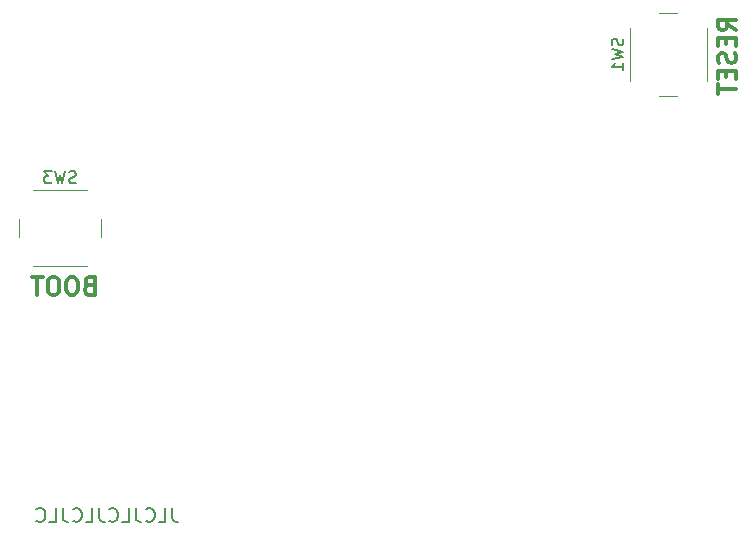
<source format=gbr>
%TF.GenerationSoftware,KiCad,Pcbnew,7.0.10*%
%TF.CreationDate,2024-01-15T00:01:57-05:00*%
%TF.ProjectId,Thinkpad-USB-keyboard-PCB,5468696e-6b70-4616-942d-5553422d6b65,rev?*%
%TF.SameCoordinates,Original*%
%TF.FileFunction,Legend,Bot*%
%TF.FilePolarity,Positive*%
%FSLAX46Y46*%
G04 Gerber Fmt 4.6, Leading zero omitted, Abs format (unit mm)*
G04 Created by KiCad (PCBNEW 7.0.10) date 2024-01-15 00:01:57*
%MOMM*%
%LPD*%
G01*
G04 APERTURE LIST*
%ADD10C,0.300000*%
%ADD11C,0.200000*%
%ADD12C,0.150000*%
%ADD13C,0.120000*%
G04 APERTURE END LIST*
D10*
X12195489Y-39815114D02*
X11981203Y-39886542D01*
X11981203Y-39886542D02*
X11909774Y-39957971D01*
X11909774Y-39957971D02*
X11838346Y-40100828D01*
X11838346Y-40100828D02*
X11838346Y-40315114D01*
X11838346Y-40315114D02*
X11909774Y-40457971D01*
X11909774Y-40457971D02*
X11981203Y-40529400D01*
X11981203Y-40529400D02*
X12124060Y-40600828D01*
X12124060Y-40600828D02*
X12695489Y-40600828D01*
X12695489Y-40600828D02*
X12695489Y-39100828D01*
X12695489Y-39100828D02*
X12195489Y-39100828D01*
X12195489Y-39100828D02*
X12052632Y-39172257D01*
X12052632Y-39172257D02*
X11981203Y-39243685D01*
X11981203Y-39243685D02*
X11909774Y-39386542D01*
X11909774Y-39386542D02*
X11909774Y-39529400D01*
X11909774Y-39529400D02*
X11981203Y-39672257D01*
X11981203Y-39672257D02*
X12052632Y-39743685D01*
X12052632Y-39743685D02*
X12195489Y-39815114D01*
X12195489Y-39815114D02*
X12695489Y-39815114D01*
X10909774Y-39100828D02*
X10624060Y-39100828D01*
X10624060Y-39100828D02*
X10481203Y-39172257D01*
X10481203Y-39172257D02*
X10338346Y-39315114D01*
X10338346Y-39315114D02*
X10266917Y-39600828D01*
X10266917Y-39600828D02*
X10266917Y-40100828D01*
X10266917Y-40100828D02*
X10338346Y-40386542D01*
X10338346Y-40386542D02*
X10481203Y-40529400D01*
X10481203Y-40529400D02*
X10624060Y-40600828D01*
X10624060Y-40600828D02*
X10909774Y-40600828D01*
X10909774Y-40600828D02*
X11052632Y-40529400D01*
X11052632Y-40529400D02*
X11195489Y-40386542D01*
X11195489Y-40386542D02*
X11266917Y-40100828D01*
X11266917Y-40100828D02*
X11266917Y-39600828D01*
X11266917Y-39600828D02*
X11195489Y-39315114D01*
X11195489Y-39315114D02*
X11052632Y-39172257D01*
X11052632Y-39172257D02*
X10909774Y-39100828D01*
X9338345Y-39100828D02*
X9052631Y-39100828D01*
X9052631Y-39100828D02*
X8909774Y-39172257D01*
X8909774Y-39172257D02*
X8766917Y-39315114D01*
X8766917Y-39315114D02*
X8695488Y-39600828D01*
X8695488Y-39600828D02*
X8695488Y-40100828D01*
X8695488Y-40100828D02*
X8766917Y-40386542D01*
X8766917Y-40386542D02*
X8909774Y-40529400D01*
X8909774Y-40529400D02*
X9052631Y-40600828D01*
X9052631Y-40600828D02*
X9338345Y-40600828D01*
X9338345Y-40600828D02*
X9481203Y-40529400D01*
X9481203Y-40529400D02*
X9624060Y-40386542D01*
X9624060Y-40386542D02*
X9695488Y-40100828D01*
X9695488Y-40100828D02*
X9695488Y-39600828D01*
X9695488Y-39600828D02*
X9624060Y-39315114D01*
X9624060Y-39315114D02*
X9481203Y-39172257D01*
X9481203Y-39172257D02*
X9338345Y-39100828D01*
X8266916Y-39100828D02*
X7409774Y-39100828D01*
X7838345Y-40600828D02*
X7838345Y-39100828D01*
D11*
X19239850Y-58642742D02*
X19239850Y-59499885D01*
X19239850Y-59499885D02*
X19296993Y-59671314D01*
X19296993Y-59671314D02*
X19411279Y-59785600D01*
X19411279Y-59785600D02*
X19582707Y-59842742D01*
X19582707Y-59842742D02*
X19696993Y-59842742D01*
X18096993Y-59842742D02*
X18668421Y-59842742D01*
X18668421Y-59842742D02*
X18668421Y-58642742D01*
X17011278Y-59728457D02*
X17068421Y-59785600D01*
X17068421Y-59785600D02*
X17239849Y-59842742D01*
X17239849Y-59842742D02*
X17354135Y-59842742D01*
X17354135Y-59842742D02*
X17525564Y-59785600D01*
X17525564Y-59785600D02*
X17639849Y-59671314D01*
X17639849Y-59671314D02*
X17696992Y-59557028D01*
X17696992Y-59557028D02*
X17754135Y-59328457D01*
X17754135Y-59328457D02*
X17754135Y-59157028D01*
X17754135Y-59157028D02*
X17696992Y-58928457D01*
X17696992Y-58928457D02*
X17639849Y-58814171D01*
X17639849Y-58814171D02*
X17525564Y-58699885D01*
X17525564Y-58699885D02*
X17354135Y-58642742D01*
X17354135Y-58642742D02*
X17239849Y-58642742D01*
X17239849Y-58642742D02*
X17068421Y-58699885D01*
X17068421Y-58699885D02*
X17011278Y-58757028D01*
X16154135Y-58642742D02*
X16154135Y-59499885D01*
X16154135Y-59499885D02*
X16211278Y-59671314D01*
X16211278Y-59671314D02*
X16325564Y-59785600D01*
X16325564Y-59785600D02*
X16496992Y-59842742D01*
X16496992Y-59842742D02*
X16611278Y-59842742D01*
X15011278Y-59842742D02*
X15582706Y-59842742D01*
X15582706Y-59842742D02*
X15582706Y-58642742D01*
X13925563Y-59728457D02*
X13982706Y-59785600D01*
X13982706Y-59785600D02*
X14154134Y-59842742D01*
X14154134Y-59842742D02*
X14268420Y-59842742D01*
X14268420Y-59842742D02*
X14439849Y-59785600D01*
X14439849Y-59785600D02*
X14554134Y-59671314D01*
X14554134Y-59671314D02*
X14611277Y-59557028D01*
X14611277Y-59557028D02*
X14668420Y-59328457D01*
X14668420Y-59328457D02*
X14668420Y-59157028D01*
X14668420Y-59157028D02*
X14611277Y-58928457D01*
X14611277Y-58928457D02*
X14554134Y-58814171D01*
X14554134Y-58814171D02*
X14439849Y-58699885D01*
X14439849Y-58699885D02*
X14268420Y-58642742D01*
X14268420Y-58642742D02*
X14154134Y-58642742D01*
X14154134Y-58642742D02*
X13982706Y-58699885D01*
X13982706Y-58699885D02*
X13925563Y-58757028D01*
X13068420Y-58642742D02*
X13068420Y-59499885D01*
X13068420Y-59499885D02*
X13125563Y-59671314D01*
X13125563Y-59671314D02*
X13239849Y-59785600D01*
X13239849Y-59785600D02*
X13411277Y-59842742D01*
X13411277Y-59842742D02*
X13525563Y-59842742D01*
X11925563Y-59842742D02*
X12496991Y-59842742D01*
X12496991Y-59842742D02*
X12496991Y-58642742D01*
X10839848Y-59728457D02*
X10896991Y-59785600D01*
X10896991Y-59785600D02*
X11068419Y-59842742D01*
X11068419Y-59842742D02*
X11182705Y-59842742D01*
X11182705Y-59842742D02*
X11354134Y-59785600D01*
X11354134Y-59785600D02*
X11468419Y-59671314D01*
X11468419Y-59671314D02*
X11525562Y-59557028D01*
X11525562Y-59557028D02*
X11582705Y-59328457D01*
X11582705Y-59328457D02*
X11582705Y-59157028D01*
X11582705Y-59157028D02*
X11525562Y-58928457D01*
X11525562Y-58928457D02*
X11468419Y-58814171D01*
X11468419Y-58814171D02*
X11354134Y-58699885D01*
X11354134Y-58699885D02*
X11182705Y-58642742D01*
X11182705Y-58642742D02*
X11068419Y-58642742D01*
X11068419Y-58642742D02*
X10896991Y-58699885D01*
X10896991Y-58699885D02*
X10839848Y-58757028D01*
X9982705Y-58642742D02*
X9982705Y-59499885D01*
X9982705Y-59499885D02*
X10039848Y-59671314D01*
X10039848Y-59671314D02*
X10154134Y-59785600D01*
X10154134Y-59785600D02*
X10325562Y-59842742D01*
X10325562Y-59842742D02*
X10439848Y-59842742D01*
X8839848Y-59842742D02*
X9411276Y-59842742D01*
X9411276Y-59842742D02*
X9411276Y-58642742D01*
X7754133Y-59728457D02*
X7811276Y-59785600D01*
X7811276Y-59785600D02*
X7982704Y-59842742D01*
X7982704Y-59842742D02*
X8096990Y-59842742D01*
X8096990Y-59842742D02*
X8268419Y-59785600D01*
X8268419Y-59785600D02*
X8382704Y-59671314D01*
X8382704Y-59671314D02*
X8439847Y-59557028D01*
X8439847Y-59557028D02*
X8496990Y-59328457D01*
X8496990Y-59328457D02*
X8496990Y-59157028D01*
X8496990Y-59157028D02*
X8439847Y-58928457D01*
X8439847Y-58928457D02*
X8382704Y-58814171D01*
X8382704Y-58814171D02*
X8268419Y-58699885D01*
X8268419Y-58699885D02*
X8096990Y-58642742D01*
X8096990Y-58642742D02*
X7982704Y-58642742D01*
X7982704Y-58642742D02*
X7811276Y-58699885D01*
X7811276Y-58699885D02*
X7754133Y-58757028D01*
D10*
X66950828Y-18211653D02*
X66236542Y-17711653D01*
X66950828Y-17354510D02*
X65450828Y-17354510D01*
X65450828Y-17354510D02*
X65450828Y-17925939D01*
X65450828Y-17925939D02*
X65522257Y-18068796D01*
X65522257Y-18068796D02*
X65593685Y-18140225D01*
X65593685Y-18140225D02*
X65736542Y-18211653D01*
X65736542Y-18211653D02*
X65950828Y-18211653D01*
X65950828Y-18211653D02*
X66093685Y-18140225D01*
X66093685Y-18140225D02*
X66165114Y-18068796D01*
X66165114Y-18068796D02*
X66236542Y-17925939D01*
X66236542Y-17925939D02*
X66236542Y-17354510D01*
X66165114Y-18854510D02*
X66165114Y-19354510D01*
X66950828Y-19568796D02*
X66950828Y-18854510D01*
X66950828Y-18854510D02*
X65450828Y-18854510D01*
X65450828Y-18854510D02*
X65450828Y-19568796D01*
X66879400Y-20140225D02*
X66950828Y-20354511D01*
X66950828Y-20354511D02*
X66950828Y-20711653D01*
X66950828Y-20711653D02*
X66879400Y-20854511D01*
X66879400Y-20854511D02*
X66807971Y-20925939D01*
X66807971Y-20925939D02*
X66665114Y-20997368D01*
X66665114Y-20997368D02*
X66522257Y-20997368D01*
X66522257Y-20997368D02*
X66379400Y-20925939D01*
X66379400Y-20925939D02*
X66307971Y-20854511D01*
X66307971Y-20854511D02*
X66236542Y-20711653D01*
X66236542Y-20711653D02*
X66165114Y-20425939D01*
X66165114Y-20425939D02*
X66093685Y-20283082D01*
X66093685Y-20283082D02*
X66022257Y-20211653D01*
X66022257Y-20211653D02*
X65879400Y-20140225D01*
X65879400Y-20140225D02*
X65736542Y-20140225D01*
X65736542Y-20140225D02*
X65593685Y-20211653D01*
X65593685Y-20211653D02*
X65522257Y-20283082D01*
X65522257Y-20283082D02*
X65450828Y-20425939D01*
X65450828Y-20425939D02*
X65450828Y-20783082D01*
X65450828Y-20783082D02*
X65522257Y-20997368D01*
X66165114Y-21640224D02*
X66165114Y-22140224D01*
X66950828Y-22354510D02*
X66950828Y-21640224D01*
X66950828Y-21640224D02*
X65450828Y-21640224D01*
X65450828Y-21640224D02*
X65450828Y-22354510D01*
X65450828Y-22783082D02*
X65450828Y-23640225D01*
X66950828Y-23211653D02*
X65450828Y-23211653D01*
D12*
X11083332Y-31107200D02*
X10940475Y-31154819D01*
X10940475Y-31154819D02*
X10702380Y-31154819D01*
X10702380Y-31154819D02*
X10607142Y-31107200D01*
X10607142Y-31107200D02*
X10559523Y-31059580D01*
X10559523Y-31059580D02*
X10511904Y-30964342D01*
X10511904Y-30964342D02*
X10511904Y-30869104D01*
X10511904Y-30869104D02*
X10559523Y-30773866D01*
X10559523Y-30773866D02*
X10607142Y-30726247D01*
X10607142Y-30726247D02*
X10702380Y-30678628D01*
X10702380Y-30678628D02*
X10892856Y-30631009D01*
X10892856Y-30631009D02*
X10988094Y-30583390D01*
X10988094Y-30583390D02*
X11035713Y-30535771D01*
X11035713Y-30535771D02*
X11083332Y-30440533D01*
X11083332Y-30440533D02*
X11083332Y-30345295D01*
X11083332Y-30345295D02*
X11035713Y-30250057D01*
X11035713Y-30250057D02*
X10988094Y-30202438D01*
X10988094Y-30202438D02*
X10892856Y-30154819D01*
X10892856Y-30154819D02*
X10654761Y-30154819D01*
X10654761Y-30154819D02*
X10511904Y-30202438D01*
X10178570Y-30154819D02*
X9940475Y-31154819D01*
X9940475Y-31154819D02*
X9749999Y-30440533D01*
X9749999Y-30440533D02*
X9559523Y-31154819D01*
X9559523Y-31154819D02*
X9321428Y-30154819D01*
X9035713Y-30154819D02*
X8416666Y-30154819D01*
X8416666Y-30154819D02*
X8749999Y-30535771D01*
X8749999Y-30535771D02*
X8607142Y-30535771D01*
X8607142Y-30535771D02*
X8511904Y-30583390D01*
X8511904Y-30583390D02*
X8464285Y-30631009D01*
X8464285Y-30631009D02*
X8416666Y-30726247D01*
X8416666Y-30726247D02*
X8416666Y-30964342D01*
X8416666Y-30964342D02*
X8464285Y-31059580D01*
X8464285Y-31059580D02*
X8511904Y-31107200D01*
X8511904Y-31107200D02*
X8607142Y-31154819D01*
X8607142Y-31154819D02*
X8892856Y-31154819D01*
X8892856Y-31154819D02*
X8988094Y-31107200D01*
X8988094Y-31107200D02*
X9035713Y-31059580D01*
X57407200Y-18916667D02*
X57454819Y-19059524D01*
X57454819Y-19059524D02*
X57454819Y-19297619D01*
X57454819Y-19297619D02*
X57407200Y-19392857D01*
X57407200Y-19392857D02*
X57359580Y-19440476D01*
X57359580Y-19440476D02*
X57264342Y-19488095D01*
X57264342Y-19488095D02*
X57169104Y-19488095D01*
X57169104Y-19488095D02*
X57073866Y-19440476D01*
X57073866Y-19440476D02*
X57026247Y-19392857D01*
X57026247Y-19392857D02*
X56978628Y-19297619D01*
X56978628Y-19297619D02*
X56931009Y-19107143D01*
X56931009Y-19107143D02*
X56883390Y-19011905D01*
X56883390Y-19011905D02*
X56835771Y-18964286D01*
X56835771Y-18964286D02*
X56740533Y-18916667D01*
X56740533Y-18916667D02*
X56645295Y-18916667D01*
X56645295Y-18916667D02*
X56550057Y-18964286D01*
X56550057Y-18964286D02*
X56502438Y-19011905D01*
X56502438Y-19011905D02*
X56454819Y-19107143D01*
X56454819Y-19107143D02*
X56454819Y-19345238D01*
X56454819Y-19345238D02*
X56502438Y-19488095D01*
X56454819Y-19821429D02*
X57454819Y-20059524D01*
X57454819Y-20059524D02*
X56740533Y-20250000D01*
X56740533Y-20250000D02*
X57454819Y-20440476D01*
X57454819Y-20440476D02*
X56454819Y-20678572D01*
X57454819Y-21583333D02*
X57454819Y-21011905D01*
X57454819Y-21297619D02*
X56454819Y-21297619D01*
X56454819Y-21297619D02*
X56597676Y-21202381D01*
X56597676Y-21202381D02*
X56692914Y-21107143D01*
X56692914Y-21107143D02*
X56740533Y-21011905D01*
D13*
%TO.C,SW3*%
X13250000Y-34200000D02*
X13250000Y-35700000D01*
X12000000Y-38200000D02*
X7500000Y-38200000D01*
X7500000Y-31700000D02*
X12000000Y-31700000D01*
X6250000Y-35700000D02*
X6250000Y-34200000D01*
%TO.C,SW1*%
X60500000Y-16750000D02*
X62000000Y-16750000D01*
X64500000Y-18000000D02*
X64500000Y-22500000D01*
X58000000Y-22500000D02*
X58000000Y-18000000D01*
X62000000Y-23750000D02*
X60500000Y-23750000D01*
%TD*%
M02*

</source>
